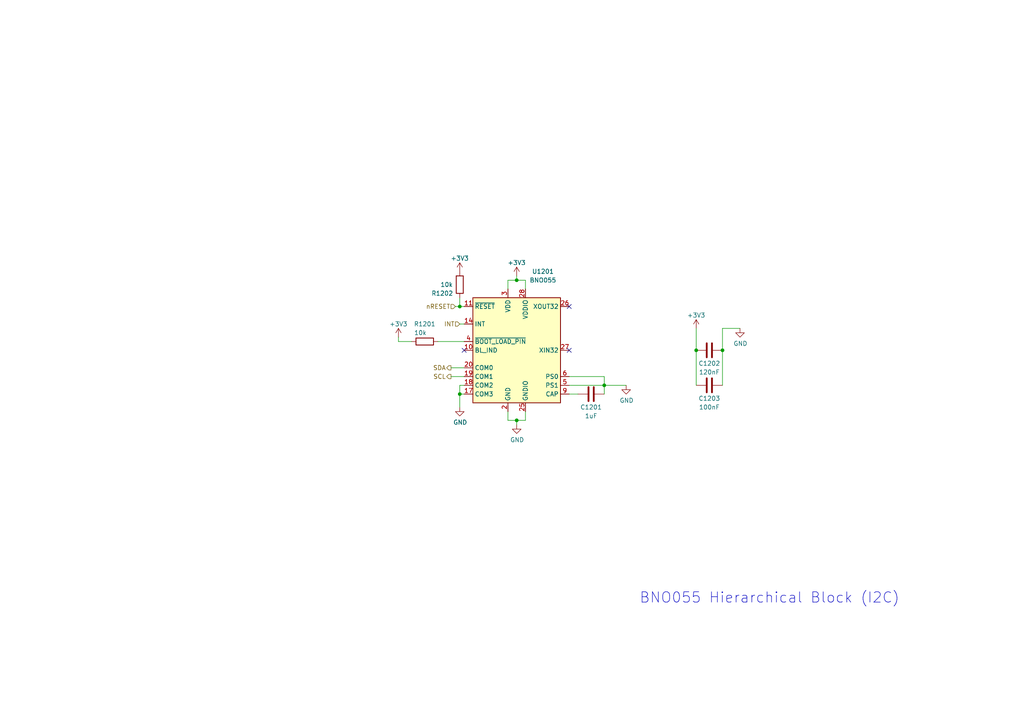
<source format=kicad_sch>
(kicad_sch (version 20211123) (generator eeschema)
  (paper "A4")
  (lib_symbols
    (symbol "Device:C" (pin_numbers hide) (pin_names (offset 0.254))
      (property "Reference" "C" (at 0.635 2.54 0))
      (property "Value" "C" (at 0.635 -2.54 0))
      (symbol "C_0_1"
        (polyline (pts (xy -2.032 -0.762) (xy 2.032 -0.762)) (stroke (width 0.508)))
        (polyline (pts (xy -2.032 0.762) (xy 2.032 0.762)) (stroke (width 0.508)))
      )
      (symbol "C_1_1"
        (pin passive line (at 0 3.81 270) (length 2.794) (name "~") (number "1"))
        (pin passive line (at 0 -3.81 90) (length 2.794) (name "~") (number "2"))
      )
    )
    (symbol "Device:R" (pin_numbers hide) (pin_names (offset 0))
      (property "Reference" "R" (at 2.032 0 90))
      (property "Value" "R" (at 0 0 90))
      (symbol "R_0_1"
        (rectangle (start -1.016 -2.54) (end 1.016 2.54) (stroke (width 0.254)))
      )
      (symbol "R_1_1"
        (pin passive line (at 0 3.81 270) (length 1.27) (name "~") (number "1"))
        (pin passive line (at 0 -3.81 90) (length 1.27) (name "~") (number "2"))
      )
    )
    (symbol "Sensor_Motion:BNO055"
      (property "Reference" "U" (at -11.43 16.51 0))
      (property "Value" "BNO055" (at 12.7 16.51 0))
      (symbol "BNO055_0_1"
        (rectangle (start -12.7 15.24) (end 12.7 -15.24) (stroke (width 0.254)) (fill (type background)))
      )
      (symbol "BNO055_1_1"
        (pin no_connect line (at -12.7 10.16 0) (length 2.54) hide (name "PIN1") (number "1"))
        (pin output line (at -15.24 0 0) (length 2.54) (name "BL_IND") (number "10"))
        (pin input line (at -15.24 12.7 0) (length 2.54) (name "~{RESET}") (number "11"))
        (pin no_connect line (at 12.7 10.16 180) (length 2.54) hide (name "PIN12") (number "12"))
        (pin no_connect line (at 12.7 7.62 180) (length 2.54) hide (name "PIN13") (number "13"))
        (pin output line (at -15.24 7.62 0) (length 2.54) (name "INT") (number "14"))
        (pin passive line (at 2.54 -17.78 90) (length 2.54) hide (name "GNDIO") (number "15"))
        (pin passive line (at 2.54 -17.78 90) (length 2.54) hide (name "GNDIO") (number "16"))
        (pin input line (at -15.24 -12.7 0) (length 2.54) (name "COM3") (number "17"))
        (pin bidirectional line (at -15.24 -10.16 0) (length 2.54) (name "COM2") (number "18"))
        (pin bidirectional line (at -15.24 -7.62 0) (length 2.54) (name "COM1") (number "19"))
        (pin power_in line (at -2.54 -17.78 90) (length 2.54) (name "GND") (number "2"))
        (pin bidirectional line (at -15.24 -5.08 0) (length 2.54) (name "COM0") (number "20"))
        (pin no_connect line (at 12.7 5.08 180) (length 2.54) hide (name "PIN21") (number "21"))
        (pin no_connect line (at 12.7 2.54 180) (length 2.54) hide (name "PIN22") (number "22"))
        (pin no_connect line (at 12.7 -2.54 180) (length 2.54) hide (name "PIN23") (number "23"))
        (pin no_connect line (at 12.7 -5.08 180) (length 2.54) hide (name "PIN24") (number "24"))
        (pin power_in line (at 2.54 -17.78 90) (length 2.54) (name "GNDIO") (number "25"))
        (pin output line (at 15.24 12.7 180) (length 2.54) (name "XOUT32") (number "26"))
        (pin input line (at 15.24 0 180) (length 2.54) (name "XIN32") (number "27"))
        (pin power_in line (at 2.54 17.78 270) (length 2.54) (name "VDDIO") (number "28"))
        (pin power_in line (at -2.54 17.78 270) (length 2.54) (name "VDD") (number "3"))
        (pin input line (at -15.24 2.54 0) (length 2.54) (name "~{BOOT_LOAD_PIN}") (number "4"))
        (pin input line (at 15.24 -10.16 180) (length 2.54) (name "PS1") (number "5"))
        (pin input line (at 15.24 -7.62 180) (length 2.54) (name "PS0") (number "6"))
        (pin no_connect line (at -12.7 5.08 0) (length 2.54) hide (name "PIN7") (number "7"))
        (pin no_connect line (at -12.7 -2.54 0) (length 2.54) hide (name "PIN8") (number "8"))
        (pin passive line (at 15.24 -12.7 180) (length 2.54) (name "CAP") (number "9"))
      )
    )
    (symbol "power:+3.3V" (power) (pin_names (offset 0))
      (property "Value" "+3.3V" (at 0 3.556 0))
      (symbol "+3.3V_0_1"
        (polyline (pts (xy -0.762 1.27) (xy 0 2.54)))
        (polyline (pts (xy 0 0) (xy 0 2.54)))
        (polyline (pts (xy 0 2.54) (xy 0.762 1.27)))
      )
      (symbol "+3.3V_1_1"
        (pin power_in line (at 0 0 90) (length 0) hide (name "+3V3") (number "1"))
      )
    )
    (symbol "power:GND" (power) (pin_names (offset 0))
      (property "Value" "GND" (at 0 -3.81 0))
      (symbol "GND_0_1"
        (polyline (pts (xy 0 0) (xy 0 -1.27) (xy 1.27 -1.27) (xy 0 -2.54) (xy -1.27 -1.27) (xy 0 -1.27)))
      )
      (symbol "GND_1_1"
        (pin power_in line (at 0 0 270) (length 0) hide (name "GND") (number "1"))
      )
    )
  )
  (junction (at 133.35 114.3))
  (junction (at 133.35 88.9))
  (junction (at 175.26 111.76))
  (junction (at 149.86 81.28))
  (junction (at 209.55 101.6))
  (junction (at 201.93 101.6))
  (junction (at 149.86 121.92))
  (no_connect (at 134.62 101.6))
  (no_connect (at 165.1 88.9))
  (no_connect (at 165.1 101.6))
  (wire (pts (xy 175.26 109.22) (xy 175.26 111.76)))
  (wire (pts (xy 133.35 88.9) (xy 133.35 86.36)))
  (wire (pts (xy 149.86 80.01) (xy 149.86 81.28)))
  (wire (pts (xy 133.35 111.76) (xy 133.35 114.3)))
  (wire (pts (xy 209.55 101.6) (xy 209.55 111.76)))
  (wire (pts (xy 152.4 81.28) (xy 152.4 83.82)))
  (wire (pts (xy 175.26 111.76) (xy 175.26 114.3)))
  (wire (pts (xy 130.81 106.68) (xy 134.62 106.68)))
  (wire (pts (xy 133.35 88.9) (xy 132.08 88.9)))
  (wire (pts (xy 209.55 101.6) (xy 209.55 95.25)))
  (wire (pts (xy 133.35 118.11) (xy 133.35 114.3)))
  (wire (pts (xy 134.62 111.76) (xy 133.35 111.76)))
  (wire (pts (xy 149.86 81.28) (xy 147.32 81.28)))
  (wire (pts (xy 149.86 121.92) (xy 152.4 121.92)))
  (wire (pts (xy 214.63 95.25) (xy 209.55 95.25)))
  (wire (pts (xy 165.1 109.22) (xy 175.26 109.22)))
  (wire (pts (xy 167.64 114.3) (xy 165.1 114.3)))
  (wire (pts (xy 181.61 111.76) (xy 175.26 111.76)))
  (wire (pts (xy 147.32 119.38) (xy 147.32 121.92)))
  (wire (pts (xy 130.81 109.22) (xy 134.62 109.22)))
  (wire (pts (xy 165.1 111.76) (xy 175.26 111.76)))
  (wire (pts (xy 152.4 81.28) (xy 149.86 81.28)))
  (wire (pts (xy 134.62 88.9) (xy 133.35 88.9)))
  (wire (pts (xy 115.57 97.79) (xy 115.57 99.06)))
  (wire (pts (xy 147.32 81.28) (xy 147.32 83.82)))
  (wire (pts (xy 134.62 93.98) (xy 133.35 93.98)))
  (wire (pts (xy 152.4 121.92) (xy 152.4 119.38)))
  (wire (pts (xy 134.62 114.3) (xy 133.35 114.3)))
  (wire (pts (xy 201.93 101.6) (xy 201.93 95.25)))
  (wire (pts (xy 147.32 121.92) (xy 149.86 121.92)))
  (wire (pts (xy 127 99.06) (xy 134.62 99.06)))
  (wire (pts (xy 115.57 99.06) (xy 119.38 99.06)))
  (wire (pts (xy 149.86 123.19) (xy 149.86 121.92)))
  (wire (pts (xy 201.93 111.76) (xy 201.93 101.6)))
  (text "BNO055 Hierarchical Block (I2C)" (at 185.42 175.26 0) (effects (font (size 2.9972 2.9972)) (justify left bottom)))
  (hierarchical_label "INT" (shape input) (at 133.35 93.98 180))
  (hierarchical_label "nRESET" (shape input) (at 132.08 88.9 180))
  (hierarchical_label "SDA" (shape output) (at 130.81 106.68 180))
  (hierarchical_label "SCL" (shape output) (at 130.81 109.22 180))
  (symbol (lib_id "Sensor_Motion:BNO055") (at 149.86 101.6 0) (unit 1)
    (property "Reference" "U1201" (at 157.48 78.74 0))
    (property "Value" "BNO055" (at 157.48 81.28 0))
    (property "Footprint" "Package_LGA:LGA-28_5.2x3.8mm_P0.5mm" (effects hide))
    (property "Datasheet" "https://ae-bst.resource.bosch.com/media/_tech/media/datasheets/BST_BNO055_DS000_14.pdf" (effects hide))
    (property "DIGIKEY" "828-1058-1-ND" (effects hide))
    (property "MANF" "BNO055" (effects hide))
  )
  (symbol (lib_id "power:GND") (at 181.61 111.76 0) (unit 1)
    (property "Reference" "#PWR01206" (effects hide))
    (property "Value" "GND" (at 181.737 116.1542 0))
  )
  (symbol (lib_id "Device:C") (at 171.45 114.3 270) (unit 1)
    (property "Reference" "C1201" (at 171.45 118.11 90))
    (property "Value" "1uF" (at 171.45 120.65 90))
    (property "Footprint" "Capacitor_SMD:C_0603_1608Metric" (effects hide))
    (property "MANF" "CL10A105KP8NNNC" (effects hide))
    (property "DIGIKEY" "1276-1182-1-ND" (effects hide))
  )
  (symbol (lib_id "Device:C") (at 205.74 111.76 270) (unit 1)
    (property "Reference" "C1203" (at 205.74 115.57 90))
    (property "Value" "100nF" (at 205.74 118.11 90))
    (property "Footprint" "Capacitor_SMD:C_0603_1608Metric" (effects hide))
    (property "MANF" "C0603C104Z3VACTU" (effects hide))
    (property "DIGIKEY" "399-1100-1-ND" (effects hide))
  )
  (symbol (lib_id "Device:R") (at 123.19 99.06 270) (unit 1)
    (property "Reference" "R1201" (at 123.19 93.98 90))
    (property "Value" "10k" (at 121.92 96.52 90))
    (property "Footprint" "Resistor_SMD:R_0603_1608Metric" (effects hide))
    (property "DIGIKEY" "311-10KGRCT-ND" (effects hide))
    (property "MANF" "RC0603JR-0710KL" (effects hide))
  )
  (symbol (lib_id "Device:R") (at 133.35 82.55 180) (unit 1)
    (property "Reference" "R1202" (at 128.27 85.09 0))
    (property "Value" "10k" (at 129.54 82.55 0))
    (property "Footprint" "Resistor_SMD:R_0603_1608Metric" (effects hide))
    (property "DIGIKEY" "311-10KGRCT-ND" (effects hide))
    (property "MANF" "RC0603JR-0710KL" (effects hide))
  )
  (symbol (lib_id "Device:C") (at 205.74 101.6 270) (unit 1)
    (property "Reference" "C1202" (at 205.74 105.41 90))
    (property "Value" "120nF" (at 205.74 107.95 90))
    (property "Footprint" "Capacitor_SMD:C_0603_1608Metric" (effects hide))
    (property "DIGIKEY" "311-4056-1-ND" (effects hide))
    (property "MANF" "CC0603KRX7R6BB124" (effects hide))
  )
  (symbol (lib_id "power:+3.3V") (at 201.93 95.25 0) (unit 1)
    (property "Reference" "#PWR01207" (effects hide))
    (property "Value" "+3.3V" (at 201.93 91.44 0))
  )
  (symbol (lib_id "power:+3.3V") (at 149.86 80.01 0) (unit 1)
    (property "Reference" "#PWR01204" (effects hide))
    (property "Value" "+3.3V" (at 149.86 76.2 0))
  )
  (symbol (lib_id "power:+3.3V") (at 133.35 78.74 0) (unit 1)
    (property "Reference" "#PWR01202" (effects hide))
    (property "Value" "+3.3V" (at 133.35 74.93 0))
  )
  (symbol (lib_id "power:+3.3V") (at 115.57 97.79 0) (unit 1)
    (property "Reference" "#PWR01201" (effects hide))
    (property "Value" "+3.3V" (at 115.57 93.98 0))
  )
  (symbol (lib_id "power:GND") (at 214.63 95.25 0) (unit 1)
    (property "Reference" "#PWR01208" (effects hide))
    (property "Value" "GND" (at 214.757 99.6442 0))
  )
  (symbol (lib_id "power:GND") (at 133.35 118.11 0) (unit 1)
    (property "Reference" "#PWR01203" (effects hide))
    (property "Value" "GND" (at 133.477 122.5042 0))
  )
  (symbol (lib_id "power:GND") (at 149.86 123.19 0) (unit 1)
    (property "Reference" "#PWR01205" (effects hide))
    (property "Value" "GND" (at 149.987 127.5842 0))
  )
)
</source>
